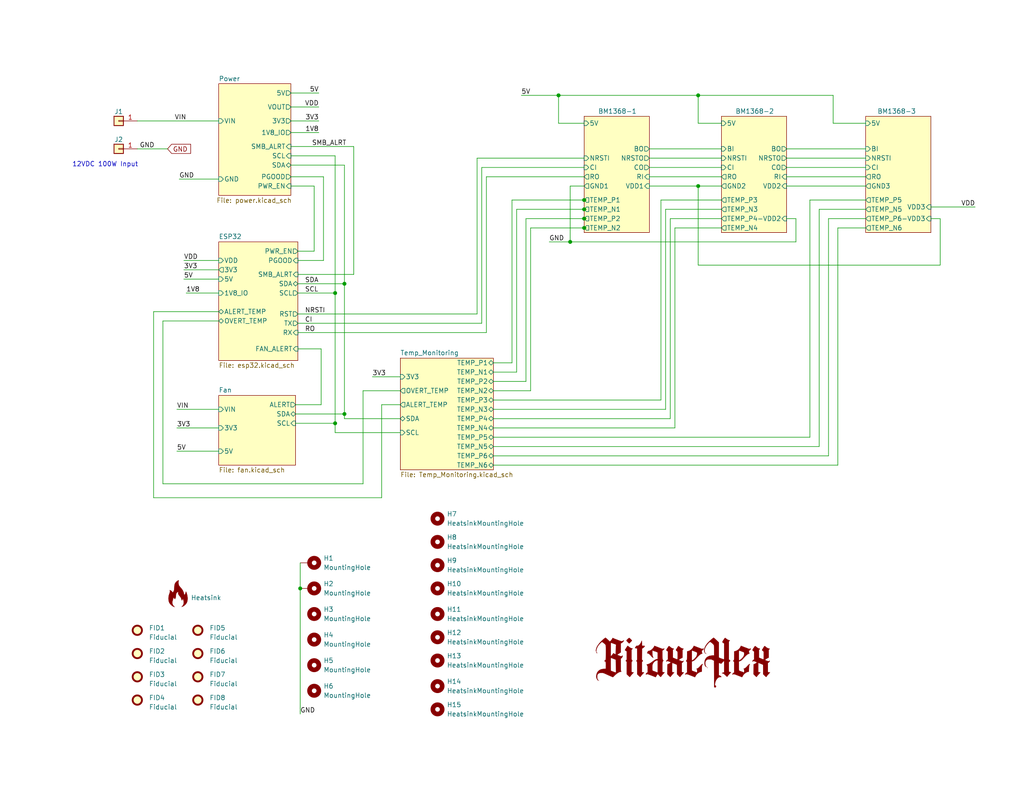
<source format=kicad_sch>
(kicad_sch (version 20231120) (generator "eeschema") (generator_version "8.0")
  (paper "A")
  (title_block (title "bitaxeHex") (date "2024-03-09") (rev "303"))
  (lib_symbols
    (symbol "Connector_Generic:Conn_01x01" (pin_names (offset 1.016) hide)
      (property "Reference" "J" (at 0 2.54 0))
      (property "Value" "Conn_01x01" (at 0 -2.54 0))
      (symbol "Conn_01x01_1_1"
        (pin passive line (at -5.08 0 0) (length 3.81) (name "Pin_1") (number "1"))
      )
    )
    (symbol "Mechanical:Fiducial"
      (property "Reference" "FID" (at 0 5.08 0))
      (property "Value" "Fiducial" (at 0 3.175 0))
    )
    (symbol "Mechanical:MountingHole" (pin_names (offset 1.016))
      (property "Reference" "H" (at 0 5.08 0))
      (property "Value" "MountingHole" (at 0 3.175 0))
    )
    (symbol "Mechanical:MountingHole_Pad" (pin_numbers hide) (pin_names (offset 1.016) hide)
      (property "Reference" "H" (at 0 6.35 0))
      (property "Value" "MountingHole_Pad" (at 0 4.445 0))
      (symbol "MountingHole_Pad_1_1"
        (pin input line (at 0 -2.54 90) (length 2.54) (name "1") (number "1"))
      )
    )
    (symbol "bitaxe:Bitaxe_Hex_Logo" (pin_names (offset 1.016)))
    (symbol "bitaxe:hex_heatsink" (in_bom no)
      (property "Value" "hex_heatsink" (at 0 -3.81 0))
    )
  )
  (junction (at 159.385 57.15))
  (junction (at 159.385 54.61))
  (junction (at 159.385 59.69))
  (junction (at 152.4 26.035))
  (junction (at 190.5 26.035))
  (junction (at 93.98 113.03))
  (junction (at 159.385 62.23))
  (junction (at 93.98 77.47))
  (junction (at 81.915 160.655))
  (junction (at 91.44 80.01))
  (junction (at 91.44 115.57))
  (junction (at 190.5 50.8))
  (junction (at 155.575 66.04))
  (wire (pts (xy 155.575 50.8) (xy 159.385 50.8)))
  (wire (pts (xy 101.6 102.87) (xy 109.22 102.87)))
  (wire (pts (xy 50.165 71.12) (xy 59.69 71.12)))
  (wire (pts (xy 160.02 54.61) (xy 159.385 54.61)))
  (wire (pts (xy 226.06 59.69) (xy 226.06 124.46)))
  (wire (pts (xy 196.85 54.61) (xy 180.34 54.61)))
  (wire (pts (xy 214.63 43.18) (xy 236.22 43.18)))
  (wire (pts (xy 190.5 26.035) (xy 227.33 26.035)))
  (wire (pts (xy 41.91 135.89) (xy 41.91 85.09)))
  (wire (pts (xy 81.28 80.01) (xy 91.44 80.01)))
  (wire (pts (xy 159.385 54.61) (xy 139.7 54.61)))
  (wire (pts (xy 196.85 33.655) (xy 190.5 33.655)))
  (wire (pts (xy 44.45 87.63) (xy 59.69 87.63)))
  (wire (pts (xy 109.22 110.49) (xy 104.14 110.49)))
  (wire (pts (xy 104.14 110.49) (xy 104.14 135.89)))
  (wire (pts (xy 93.98 114.3) (xy 93.98 113.03)))
  (wire (pts (xy 93.98 45.085) (xy 93.98 77.47)))
  (wire (pts (xy 144.78 62.23) (xy 144.78 106.68)))
  (wire (pts (xy 177.165 43.18) (xy 196.85 43.18)))
  (wire (pts (xy 214.63 40.64) (xy 236.22 40.64)))
  (wire (pts (xy 109.22 114.3) (xy 93.98 114.3)))
  (wire (pts (xy 85.725 50.8) (xy 79.375 50.8)))
  (wire (pts (xy 152.4 33.655) (xy 152.4 26.035)))
  (wire (pts (xy 131.445 88.265) (xy 81.28 88.265)))
  (wire (pts (xy 134.62 119.38) (xy 220.98 119.38)))
  (wire (pts (xy 182.88 59.69) (xy 182.88 114.3)))
  (wire (pts (xy 96.52 40.005) (xy 79.375 40.005)))
  (wire (pts (xy 81.28 74.93) (xy 96.52 74.93)))
  (wire (pts (xy 144.78 106.68) (xy 134.62 106.68)))
  (wire (pts (xy 132.715 48.26) (xy 159.385 48.26)))
  (wire (pts (xy 87.63 95.25) (xy 81.28 95.25)))
  (wire (pts (xy 41.91 85.09) (xy 59.69 85.09)))
  (wire (pts (xy 236.22 33.655) (xy 227.33 33.655)))
  (wire (pts (xy 155.575 66.04) (xy 217.17 66.04)))
  (wire (pts (xy 91.44 42.545) (xy 79.375 42.545)))
  (wire (pts (xy 130.175 85.725) (xy 81.28 85.725)))
  (wire (pts (xy 160.02 62.23) (xy 159.385 62.23)))
  (wire (pts (xy 48.26 111.76) (xy 59.69 111.76)))
  (wire (pts (xy 190.5 33.655) (xy 190.5 26.035)))
  (wire (pts (xy 149.86 66.04) (xy 155.575 66.04)))
  (wire (pts (xy 44.45 132.08) (xy 44.45 87.63)))
  (wire (pts (xy 134.62 109.22) (xy 180.34 109.22)))
  (wire (pts (xy 143.51 59.69) (xy 143.51 104.14)))
  (wire (pts (xy 184.15 62.23) (xy 184.15 116.84)))
  (wire (pts (xy 132.715 90.805) (xy 81.28 90.805)))
  (wire (pts (xy 93.98 45.085) (xy 79.375 45.085)))
  (wire (pts (xy 88.265 48.26) (xy 88.265 71.12)))
  (wire (pts (xy 254 56.515) (xy 266.065 56.515)))
  (wire (pts (xy 79.375 36.195) (xy 86.995 36.195)))
  (wire (pts (xy 48.895 48.895) (xy 59.69 48.895)))
  (wire (pts (xy 180.34 54.61) (xy 180.34 109.22)))
  (wire (pts (xy 143.51 104.14) (xy 134.62 104.14)))
  (wire (pts (xy 99.06 106.68) (xy 99.06 132.08)))
  (wire (pts (xy 104.14 135.89) (xy 41.91 135.89)))
  (wire (pts (xy 139.7 54.61) (xy 139.7 99.06)))
  (wire (pts (xy 79.375 48.26) (xy 88.265 48.26)))
  (wire (pts (xy 88.265 71.12) (xy 81.28 71.12)))
  (wire (pts (xy 159.385 59.69) (xy 160.02 59.69)))
  (wire (pts (xy 50.8 80.01) (xy 59.69 80.01)))
  (wire (pts (xy 228.6 127) (xy 228.6 62.23)))
  (wire (pts (xy 96.52 74.93) (xy 96.52 40.005)))
  (wire (pts (xy 214.63 48.26) (xy 236.22 48.26)))
  (wire (pts (xy 254 59.69) (xy 256.54 59.69)))
  (wire (pts (xy 132.715 48.26) (xy 132.715 90.805)))
  (wire (pts (xy 91.44 80.01) (xy 91.44 115.57)))
  (wire (pts (xy 214.63 50.8) (xy 236.22 50.8)))
  (wire (pts (xy 177.165 45.72) (xy 196.85 45.72)))
  (wire (pts (xy 99.06 132.08) (xy 44.45 132.08)))
  (wire (pts (xy 81.28 77.47) (xy 93.98 77.47)))
  (wire (pts (xy 140.97 57.15) (xy 159.385 57.15)))
  (wire (pts (xy 48.26 116.84) (xy 59.69 116.84)))
  (wire (pts (xy 226.06 124.46) (xy 134.62 124.46)))
  (wire (pts (xy 223.52 57.15) (xy 236.22 57.15)))
  (wire (pts (xy 181.61 111.76) (xy 181.61 57.15)))
  (wire (pts (xy 177.165 50.8) (xy 190.5 50.8)))
  (wire (pts (xy 50.165 73.66) (xy 59.69 73.66)))
  (wire (pts (xy 236.22 59.69) (xy 226.06 59.69)))
  (wire (pts (xy 184.15 116.84) (xy 134.62 116.84)))
  (wire (pts (xy 152.4 26.035) (xy 190.5 26.035)))
  (wire (pts (xy 227.33 33.655) (xy 227.33 26.035)))
  (wire (pts (xy 182.88 114.3) (xy 134.62 114.3)))
  (wire (pts (xy 214.63 45.72) (xy 236.22 45.72)))
  (wire (pts (xy 81.915 160.655) (xy 81.915 194.945)))
  (wire (pts (xy 134.62 111.76) (xy 181.61 111.76)))
  (wire (pts (xy 190.5 72.39) (xy 256.54 72.39)))
  (wire (pts (xy 177.165 40.64) (xy 196.85 40.64)))
  (wire (pts (xy 91.44 42.545) (xy 91.44 80.01)))
  (wire (pts (xy 48.26 123.19) (xy 59.69 123.19)))
  (wire (pts (xy 190.5 50.8) (xy 196.85 50.8)))
  (wire (pts (xy 196.85 59.69) (xy 182.88 59.69)))
  (wire (pts (xy 159.385 57.15) (xy 160.02 57.15)))
  (wire (pts (xy 142.24 26.035) (xy 152.4 26.035)))
  (wire (pts (xy 140.97 101.6) (xy 134.62 101.6)))
  (wire (pts (xy 131.445 45.72) (xy 131.445 88.265)))
  (wire (pts (xy 236.22 54.61) (xy 220.98 54.61)))
  (wire (pts (xy 159.385 33.655) (xy 152.4 33.655)))
  (wire (pts (xy 87.63 110.49) (xy 87.63 95.25)))
  (wire (pts (xy 130.175 43.18) (xy 130.175 85.725)))
  (wire (pts (xy 79.375 29.21) (xy 86.995 29.21)))
  (wire (pts (xy 155.575 66.04) (xy 155.575 50.8)))
  (wire (pts (xy 140.97 57.15) (xy 140.97 101.6)))
  (wire (pts (xy 131.445 45.72) (xy 159.385 45.72)))
  (wire (pts (xy 79.375 25.4) (xy 86.995 25.4)))
  (wire (pts (xy 134.62 127) (xy 228.6 127)))
  (wire (pts (xy 159.385 62.23) (xy 144.78 62.23)))
  (wire (pts (xy 109.22 118.11) (xy 91.44 118.11)))
  (wire (pts (xy 91.44 115.57) (xy 91.44 118.11)))
  (wire (pts (xy 177.165 48.26) (xy 196.85 48.26)))
  (wire (pts (xy 134.62 121.92) (xy 223.52 121.92)))
  (wire (pts (xy 93.98 113.03) (xy 93.98 77.47)))
  (wire (pts (xy 37.465 40.64) (xy 45.72 40.64)))
  (wire (pts (xy 223.52 121.92) (xy 223.52 57.15)))
  (wire (pts (xy 109.22 106.68) (xy 99.06 106.68)))
  (wire (pts (xy 181.61 57.15) (xy 196.85 57.15)))
  (wire (pts (xy 81.28 68.58) (xy 85.725 68.58)))
  (wire (pts (xy 190.5 50.8) (xy 190.5 72.39)))
  (wire (pts (xy 228.6 62.23) (xy 236.22 62.23)))
  (wire (pts (xy 256.54 59.69) (xy 256.54 72.39)))
  (wire (pts (xy 214.63 59.69) (xy 217.17 59.69)))
  (wire (pts (xy 143.51 59.69) (xy 159.385 59.69)))
  (wire (pts (xy 220.98 54.61) (xy 220.98 119.38)))
  (wire (pts (xy 217.17 59.69) (xy 217.17 66.04)))
  (wire (pts (xy 159.385 43.18) (xy 130.175 43.18)))
  (wire (pts (xy 81.915 153.67) (xy 81.915 160.655)))
  (wire (pts (xy 139.7 99.06) (xy 134.62 99.06)))
  (wire (pts (xy 50.165 76.2) (xy 59.69 76.2)))
  (wire (pts (xy 196.85 62.23) (xy 184.15 62.23)))
  (wire (pts (xy 80.645 110.49) (xy 87.63 110.49)))
  (wire (pts (xy 80.645 115.57) (xy 91.44 115.57)))
  (wire (pts (xy 79.375 33.02) (xy 86.995 33.02)))
  (wire (pts (xy 85.725 68.58) (xy 85.725 50.8)))
  (wire (pts (xy 80.645 113.03) (xy 93.98 113.03)))
  (wire (pts (xy 37.465 33.02) (xy 59.69 33.02)))
  (text "12VDC 100W Input" (at 19.685 45.72 0) (effects (font (size 1.27 1.27)) (justify left bottom)))
  (label "GND" (at 149.86 66.04 0))
  (label "VDD" (at 50.165 71.12 0))
  (label "SMB_ALRT" (at 85.09 40.005 0))
  (label "1V8" (at 50.8 80.01 0))
  (label "5V" (at 86.995 25.4 180))
  (label "3V3" (at 101.6 102.87 0))
  (label "5V" (at 142.24 26.035 0))
  (label "SDA" (at 83.185 77.47 0))
  (label "VDD" (at 266.065 56.515 180))
  (label "5V" (at 48.26 123.19 0))
  (label "CI" (at 83.185 88.265 0))
  (label "NRSTI" (at 83.185 85.725 0))
  (label "GND" (at 81.915 194.945 0))
  (label "1V8" (at 86.995 36.195 180))
  (label "VIN" (at 48.26 111.76 0))
  (label "3V3" (at 86.995 33.02 180))
  (label "3V3" (at 50.165 73.66 0))
  (label "SCL" (at 83.185 80.01 0))
  (label "5V" (at 50.165 76.2 0))
  (label "3V3" (at 48.26 116.84 0))
  (label "GND" (at 38.1 40.64 0))
  (label "RO" (at 83.185 90.805 0))
  (label "VDD" (at 86.995 29.21 180))
  (label "GND" (at 48.895 48.895 0))
  (label "VIN" (at 47.625 33.02 0))
  (global_label "GND" (shape input) (at 45.72 40.64 0) (property "Intersheetrefs" "${INTERSHEET_REFS}" (effects (hide yes))))
  (symbol (lib_id "Connector_Generic:Conn_01x01") (at 32.385 33.02 180) (unit 1)
    (property "Reference" "J1" (at 32.385 30.48 0))
    (property "Value" "Screw Terminal" (effects (hide yes)))
    (property "Footprint" "bitaxe:7771-screw-terminal" (effects (hide yes)))
    (property "Datasheet" "https://mm.digikey.com/Volume0/opasdata/d220001/medias/docus/581/Metric_PCB_Screw_Terminals.pdf" (effects (hide yes)))
    (property "DK" "36-7771-ND" (effects (hide yes)))
    (property "PARTNO" "36-7771" (effects (hide yes)))
  )
  (symbol (lib_id "Mechanical:Fiducial") (at 53.975 172.085 0) (unit 1) (in_bom no)
    (property "Reference" "FID5" (at 57.15 171.45 0) (effects (justify left)))
    (property "Value" "Fiducial" (at 57.15 173.99 0) (effects (justify left)))
    (property "Footprint" "Fiducial:Fiducial_1mm_Mask2mm" (effects (hide yes)))
  )
  (symbol (lib_id "Mechanical:MountingHole") (at 85.725 174.625 270) (unit 1) (in_bom no)
    (property "Reference" "H4" (at 88.265 173.355 90) (effects (justify left)))
    (property "Value" "MountingHole" (at 88.265 175.895 90) (effects (justify left)))
    (property "Footprint" "MountingHole:MountingHole_3mm_Pad_Via" (effects (hide yes)))
  )
  (symbol (lib_id "Mechanical:MountingHole_Pad") (at 84.455 153.67 270) (unit 1) (in_bom no)
    (property "Reference" "H1" (at 88.265 152.4 90) (effects (justify left)))
    (property "Value" "MountingHole" (at 88.265 154.94 90) (effects (justify left)))
    (property "Footprint" "MountingHole:MountingHole_3mm_Pad_Via" (effects (hide yes)))
  )
  (symbol (lib_id "Mechanical:MountingHole_Pad") (at 84.455 160.655 270) (unit 1) (in_bom no)
    (property "Reference" "H2" (at 88.265 159.385 90) (effects (justify left)))
    (property "Value" "MountingHole" (at 88.265 161.925 90) (effects (justify left)))
    (property "Footprint" "MountingHole:MountingHole_3mm_Pad_Via" (effects (hide yes)))
  )
  (symbol (lib_id "bitaxe:Bitaxe_Hex_Logo") (at 186.055 180.975 0) (unit 1)
    (property "Reference" "#G1" (effects (hide yes)))
    (property "Value" "LOGO" (effects (hide yes)))
  )
  (symbol (lib_id "Mechanical:MountingHole") (at 85.725 167.64 270) (unit 1) (in_bom no)
    (property "Reference" "H3" (at 88.265 166.37 90) (effects (justify left)))
    (property "Value" "MountingHole" (at 88.265 168.91 90) (effects (justify left)))
    (property "Footprint" "MountingHole:MountingHole_3mm_Pad_Via" (effects (hide yes)))
  )
  (symbol (lib_id "Mechanical:Fiducial") (at 53.975 178.435 0) (unit 1) (in_bom no)
    (property "Reference" "FID6" (at 57.15 177.8 0) (effects (justify left)))
    (property "Value" "Fiducial" (at 57.15 180.34 0) (effects (justify left)))
    (property "Footprint" "Fiducial:Fiducial_1mm_Mask2mm" (effects (hide yes)))
  )
  (symbol (lib_id "Mechanical:MountingHole") (at 119.38 147.955 0) (unit 1) (in_bom no)
    (property "Reference" "H8" (at 121.92 146.6849 0) (effects (justify left)))
    (property "Value" "HeatsinkMountingHole" (at 121.92 149.2249 0) (effects (justify left)))
    (property "Footprint" "bitaxe:3.1mm_mounting" (effects (hide yes)))
  )
  (symbol (lib_id "bitaxe:hex_heatsink") (at 48.895 163.195 0) (unit 1) (in_bom no)
    (property "Reference" "HS1" (effects (hide yes)))
    (property "Value" "Heatsink" (at 52.07 163.195 0) (effects (justify left)))
    (property "Footprint" "bitaxe:hex-heatsink" (effects (hide yes)))
    (property "Datasheet" "https://www.aliexpress.us/item/3256805608902122.html" (effects (hide yes)))
  )
  (symbol (lib_id "Mechanical:Fiducial") (at 53.975 184.785 0) (unit 1) (in_bom no)
    (property "Reference" "FID7" (at 57.15 184.15 0) (effects (justify left)))
    (property "Value" "Fiducial" (at 57.15 186.69 0) (effects (justify left)))
    (property "Footprint" "Fiducial:Fiducial_1mm_Mask2mm" (effects (hide yes)))
  )
  (symbol (lib_id "Mechanical:MountingHole") (at 85.725 181.61 270) (unit 1) (in_bom no)
    (property "Reference" "H5" (at 88.265 180.34 90) (effects (justify left)))
    (property "Value" "MountingHole" (at 88.265 182.88 90) (effects (justify left)))
    (property "Footprint" "MountingHole:MountingHole_3mm_Pad_Via" (effects (hide yes)))
  )
  (symbol (lib_id "Mechanical:MountingHole") (at 85.725 188.595 270) (unit 1) (in_bom no)
    (property "Reference" "H6" (at 88.265 187.325 90) (effects (justify left)))
    (property "Value" "MountingHole" (at 88.265 189.865 90) (effects (justify left)))
    (property "Footprint" "MountingHole:MountingHole_3mm_Pad_Via" (effects (hide yes)))
  )
  (symbol (lib_id "Mechanical:MountingHole") (at 119.38 193.675 0) (unit 1) (in_bom no)
    (property "Reference" "H15" (at 121.92 192.4049 0) (effects (justify left)))
    (property "Value" "HeatsinkMountingHole" (at 121.92 194.9449 0) (effects (justify left)))
    (property "Footprint" "bitaxe:3.1mm_mounting" (effects (hide yes)))
  )
  (symbol (lib_id "Mechanical:MountingHole") (at 119.38 180.34 0) (unit 1) (in_bom no)
    (property "Reference" "H13" (at 121.92 179.0699 0) (effects (justify left)))
    (property "Value" "HeatsinkMountingHole" (at 121.92 181.6099 0) (effects (justify left)))
    (property "Footprint" "bitaxe:3.1mm_mounting" (effects (hide yes)))
  )
  (symbol (lib_id "Connector_Generic:Conn_01x01") (at 32.385 40.64 180) (unit 1)
    (property "Reference" "J2" (at 32.385 38.1 0))
    (property "Value" "Screw Terminal" (effects (hide yes)))
    (property "Footprint" "bitaxe:7771-screw-terminal" (effects (hide yes)))
    (property "Datasheet" "https://mm.digikey.com/Volume0/opasdata/d220001/medias/docus/581/Metric_PCB_Screw_Terminals.pdf" (effects (hide yes)))
    (property "DK" "36-7771-ND" (effects (hide yes)))
    (property "PARTNO" "36-7771" (effects (hide yes)))
  )
  (symbol (lib_id "Mechanical:MountingHole") (at 119.38 154.305 0) (unit 1) (in_bom no)
    (property "Reference" "H9" (at 121.92 153.0349 0) (effects (justify left)))
    (property "Value" "HeatsinkMountingHole" (at 121.92 155.5749 0) (effects (justify left)))
    (property "Footprint" "bitaxe:3.1mm_mounting" (effects (hide yes)))
  )
  (symbol (lib_id "Mechanical:Fiducial") (at 37.465 184.785 0) (unit 1) (in_bom no)
    (property "Reference" "FID3" (at 40.64 184.15 0) (effects (justify left)))
    (property "Value" "Fiducial" (at 40.64 186.69 0) (effects (justify left)))
    (property "Footprint" "Fiducial:Fiducial_1mm_Mask2mm" (effects (hide yes)))
  )
  (symbol (lib_id "Mechanical:MountingHole") (at 119.38 141.605 0) (unit 1) (in_bom no)
    (property "Reference" "H7" (at 121.92 140.3349 0) (effects (justify left)))
    (property "Value" "HeatsinkMountingHole" (at 121.92 142.8749 0) (effects (justify left)))
    (property "Footprint" "bitaxe:3.1mm_mounting" (effects (hide yes)))
  )
  (symbol (lib_id "Mechanical:Fiducial") (at 53.975 191.135 0) (unit 1) (in_bom no)
    (property "Reference" "FID8" (at 57.15 190.5 0) (effects (justify left)))
    (property "Value" "Fiducial" (at 57.15 193.04 0) (effects (justify left)))
    (property "Footprint" "Fiducial:Fiducial_1mm_Mask2mm" (effects (hide yes)))
  )
  (symbol (lib_id "Mechanical:MountingHole") (at 119.38 160.655 0) (unit 1) (in_bom no)
    (property "Reference" "H10" (at 121.92 159.3849 0) (effects (justify left)))
    (property "Value" "HeatsinkMountingHole" (at 121.92 161.9249 0) (effects (justify left)))
    (property "Footprint" "bitaxe:3.1mm_mounting" (effects (hide yes)))
  )
  (symbol (lib_id "Mechanical:MountingHole") (at 119.38 187.325 0) (unit 1) (in_bom no)
    (property "Reference" "H14" (at 121.92 186.0549 0) (effects (justify left)))
    (property "Value" "HeatsinkMountingHole" (at 121.92 188.5949 0) (effects (justify left)))
    (property "Footprint" "bitaxe:3.1mm_mounting" (effects (hide yes)))
  )
  (symbol (lib_id "Mechanical:Fiducial") (at 37.465 178.435 0) (unit 1) (in_bom no)
    (property "Reference" "FID2" (at 40.64 177.8 0) (effects (justify left)))
    (property "Value" "Fiducial" (at 40.64 180.34 0) (effects (justify left)))
    (property "Footprint" "Fiducial:Fiducial_1mm_Mask2mm" (effects (hide yes)))
  )
  (symbol (lib_id "Mechanical:Fiducial") (at 37.465 191.135 0) (unit 1) (in_bom no)
    (property "Reference" "FID4" (at 40.64 190.5 0) (effects (justify left)))
    (property "Value" "Fiducial" (at 40.64 193.04 0) (effects (justify left)))
    (property "Footprint" "Fiducial:Fiducial_1mm_Mask2mm" (effects (hide yes)))
  )
  (symbol (lib_id "Mechanical:Fiducial") (at 37.465 172.085 0) (unit 1) (in_bom no)
    (property "Reference" "FID1" (at 40.64 171.45 0) (effects (justify left)))
    (property "Value" "Fiducial" (at 40.64 173.99 0) (effects (justify left)))
    (property "Footprint" "Fiducial:Fiducial_1mm_Mask2mm" (effects (hide yes)))
  )
  (symbol (lib_id "Mechanical:MountingHole") (at 119.38 173.99 0) (unit 1) (in_bom no)
    (property "Reference" "H12" (at 121.92 172.7199 0) (effects (justify left)))
    (property "Value" "HeatsinkMountingHole" (at 121.92 175.2599 0) (effects (justify left)))
    (property "Footprint" "bitaxe:3.1mm_mounting" (effects (hide yes)))
  )
  (symbol (lib_id "Mechanical:MountingHole") (at 119.38 167.64 0) (unit 1) (in_bom no)
    (property "Reference" "H11" (at 121.92 166.3699 0) (effects (justify left)))
    (property "Value" "HeatsinkMountingHole" (at 121.92 168.9099 0) (effects (justify left)))
    (property "Footprint" "bitaxe:3.1mm_mounting" (effects (hide yes)))
  )
  (sheet (at 109.22 97.79) (size 25.4 30.48) (stroke (width 0.1524)) (fill (color 255 255 194 1.0000))
    (property "Sheetname" "Temp_Monitoring" (at 109.22 97.0784 0) (effects (justify left bottom)))
    (property "Sheetfile" "Temp_Monitoring.kicad_sch" (at 109.22 128.8546 0) (effects (justify left top)))
    (pin "3V3" input (at 109.22 102.87 180))
    (pin "OVERT_TEMP" output (at 109.22 106.68 180))
    (pin "ALERT_TEMP" output (at 109.22 110.49 180))
    (pin "SDA" bidirectional (at 109.22 114.3 180))
    (pin "SCL" input (at 109.22 118.11 180))
    (pin "TEMP_P2" bidirectional (at 134.62 104.14 0))
    (pin "TEMP_N1" bidirectional (at 134.62 101.6 0))
    (pin "TEMP_N2" bidirectional (at 134.62 106.68 0))
    (pin "TEMP_P1" bidirectional (at 134.62 99.06 0))
    (pin "TEMP_P5" bidirectional (at 134.62 119.38 0))
    (pin "TEMP_N5" bidirectional (at 134.62 121.92 0))
    (pin "TEMP_N4" bidirectional (at 134.62 116.84 0))
    (pin "TEMP_N6" bidirectional (at 134.62 127 0))
    (pin "TEMP_P6" bidirectional (at 134.62 124.46 0))
    (pin "TEMP_N3" bidirectional (at 134.62 111.76 0))
    (pin "TEMP_P3" bidirectional (at 134.62 109.22 0))
    (pin "TEMP_P4" bidirectional (at 134.62 114.3 0))
  )
  (sheet (at 159.385 31.75) (size 17.78 31.75) (stroke (width 0.1524)) (fill (color 255 255 194 1.0000))
    (property "Sheetname" "BM1368-1" (at 163.195 31.115 0) (effects (justify left bottom)))
    (property "Sheetfile" "bm1366-1.kicad_sch" (effects (hide yes)))
    (pin "BO" output (at 177.165 40.64 0))
    (pin "NRSTO" output (at 177.165 43.18 0))
    (pin "RI" input (at 177.165 48.26 0))
    (pin "CO" output (at 177.165 45.72 0))
    (pin "CI" input (at 159.385 45.72 180))
    (pin "RO" output (at 159.385 48.26 180))
    (pin "NRSTI" input (at 159.385 43.18 180))
    (pin "5V" input (at 159.385 33.655 180))
    (pin "VDD1" input (at 177.165 50.8 0))
    (pin "GND1" output (at 159.385 50.8 180))
    (pin "TEMP_P1" output (at 159.385 54.61 180))
    (pin "TEMP_N1" output (at 159.385 57.15 180))
    (pin "TEMP_P2" output (at 159.385 59.69 180))
    (pin "TEMP_N2" output (at 159.385 62.23 180))
  )
  (sheet (at 196.85 31.75) (size 17.78 31.75) (stroke (width 0.1524)) (fill (color 255 255 194 1.0000))
    (property "Sheetname" "BM1368-2" (at 200.66 31.115 0) (effects (justify left bottom)))
    (property "Sheetfile" "bm1366-2.kicad_sch" (effects (hide yes)))
    (pin "BI" input (at 196.85 40.64 180))
    (pin "CI" input (at 196.85 45.72 180))
    (pin "RO" output (at 196.85 48.26 180))
    (pin "NRSTI" input (at 196.85 43.18 180))
    (pin "VDD2" input (at 214.63 50.8 0))
    (pin "CO" output (at 214.63 45.72 0))
    (pin "BO" output (at 214.63 40.64 0))
    (pin "NRSTO" output (at 214.63 43.18 0))
    (pin "RI" input (at 214.63 48.26 0))
    (pin "GND2" output (at 196.85 50.8 180))
    (pin "5V" input (at 196.85 33.655 180))
    (pin "-VDD2" input (at 214.63 59.69 0))
    (pin "TEMP_N4" output (at 196.85 62.23 180))
    (pin "TEMP_P4" output (at 196.85 59.69 180))
    (pin "TEMP_P3" output (at 196.85 54.61 180))
    (pin "TEMP_N3" output (at 196.85 57.15 180))
  )
  (sheet (at 59.69 107.95) (size 20.955 19.05) (stroke (width 0.1524)) (fill (color 255 255 194 1.0000))
    (property "Sheetname" "Fan" (at 59.69 107.2384 0) (effects (justify left bottom)))
    (property "Sheetfile" "fan.kicad_sch" (at 59.69 127.5846 0) (effects (justify left top)))
    (pin "SDA" bidirectional (at 80.645 113.03 0))
    (pin "SCL" input (at 80.645 115.57 0))
    (pin "3V3" input (at 59.69 116.84 180))
    (pin "ALERT" output (at 80.645 110.49 0))
    (pin "5V" input (at 59.69 123.19 180))
    (pin "VIN" input (at 59.69 111.76 180))
  )
  (sheet (at 59.69 22.86) (size 19.685 30.48) (stroke (width 0.1524)) (fill (color 255 255 194 1.0000))
    (property "Sheetname" "Power" (at 59.69 22.225 0) (effects (justify left bottom)))
    (property "Sheetfile" "power.kicad_sch" (at 59.055 53.975 0) (effects (justify left top)))
    (pin "VOUT" output (at 79.375 29.21 0))
    (pin "VIN" input (at 59.69 33.02 180))
    (pin "SCL" input (at 79.375 42.545 0))
    (pin "SDA" bidirectional (at 79.375 45.085 0))
    (pin "5V" output (at 79.375 25.4 0))
    (pin "3V3" output (at 79.375 33.02 0))
    (pin "PGOOD" output (at 79.375 48.26 0))
    (pin "1V8_IO" output (at 79.375 36.195 0))
    (pin "PWR_EN" input (at 79.375 50.8 0))
    (pin "GND" input (at 59.69 48.895 180))
    (pin "SMB_ALRT" input (at 79.375 40.005 0))
  )
  (sheet (at 59.69 66.04) (size 21.59 32.385) (stroke (width 0.1524)) (fill (color 255 255 194 1.0000))
    (property "Sheetname" "ESP32" (at 59.69 65.3284 0) (effects (justify left bottom)))
    (property "Sheetfile" "esp32.kicad_sch" (at 59.69 99.0096 0) (effects (justify left top)))
    (pin "SDA" bidirectional (at 81.28 77.47 0))
    (pin "SCL" output (at 81.28 80.01 0))
    (pin "RX" input (at 81.28 90.805 0))
    (pin "TX" output (at 81.28 88.265 0))
    (pin "RST" output (at 81.28 85.725 0))
    (pin "5V" input (at 59.69 76.2 180))
    (pin "3V3" output (at 59.69 73.66 180))
    (pin "PGOOD" input (at 81.28 71.12 0))
    (pin "VDD" input (at 59.69 71.12 180))
    (pin "FAN_ALERT" input (at 81.28 95.25 0))
    (pin "1V8_IO" input (at 59.69 80.01 180))
    (pin "PWR_EN" output (at 81.28 68.58 0))
    (pin "SMB_ALRT" input (at 81.28 74.93 0))
    (pin "ALERT_TEMP" bidirectional (at 59.69 85.09 180))
    (pin "OVERT_TEMP" bidirectional (at 59.69 87.63 180))
  )
  (sheet (at 236.22 31.75) (size 17.78 31.75) (stroke (width 0.1524)) (fill (color 255 255 194 1.0000))
    (property "Sheetname" "BM1368-3" (at 239.395 31.115 0) (effects (justify left bottom)))
    (property "Sheetfile" "bm1366-3.kicad_sch" (effects (hide yes)))
    (pin "5V" input (at 236.22 33.655 180))
    (pin "BI" input (at 236.22 40.64 180))
    (pin "NRSTI" input (at 236.22 43.18 180))
    (pin "RO" output (at 236.22 48.26 180))
    (pin "CI" input (at 236.22 45.72 180))
    (pin "VDD3" input (at 254 56.515 0))
    (pin "GND3" output (at 236.22 50.8 180))
    (pin "-VDD3" input (at 254 59.69 0))
    (pin "TEMP_N5" output (at 236.22 57.15 180))
    (pin "TEMP_P5" output (at 236.22 54.61 180))
    (pin "TEMP_P6" output (at 236.22 59.69 180))
    (pin "TEMP_N6" output (at 236.22 62.23 180))
  )
)
</source>
